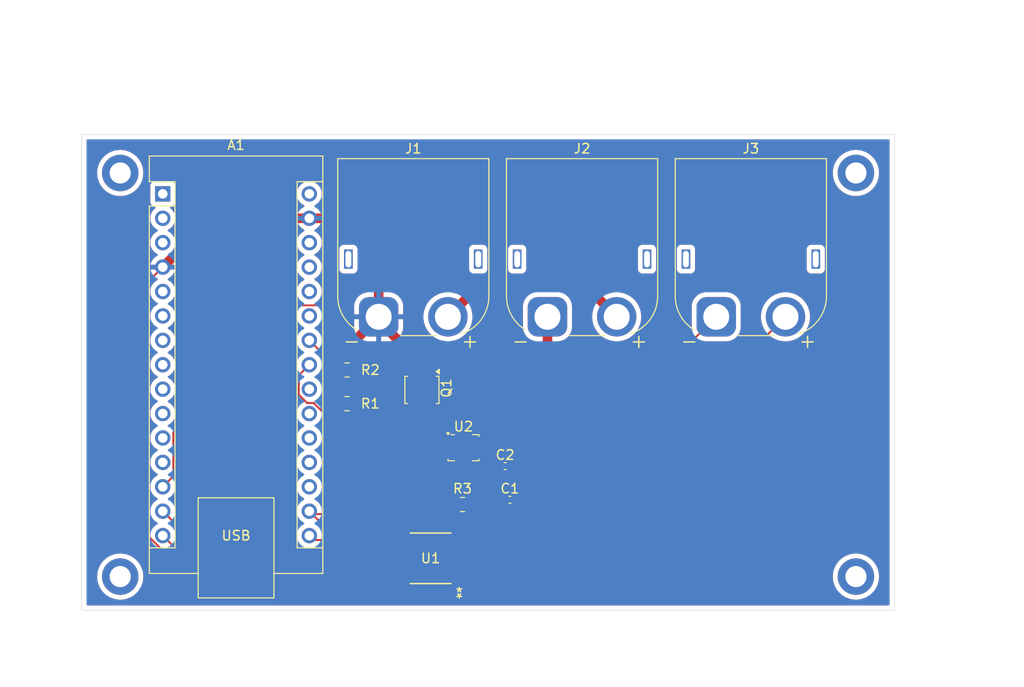
<source format=kicad_pcb>
(kicad_pcb (version 20240108) (generator "pcbnew") (generator_version "8.0")
  (layers (0 "F.Cu" signal) (31 "B.Cu" signal) (34 "B.Paste" user) (35 "F.Paste" user) (36 "B.SilkS" user "B.Silkscreen") (37 "F.SilkS" user "F.Silkscreen") (38 "B.Mask" user) (39 "F.Mask" user) (44 "Edge.Cuts" user))
  (net 0 "")
  (net 2 "MISO_thermocouple")
  (net 3 "CS_thermocouple")
  (net 4 "GND_16.4V")
  (net 5 "SCL_gyro")
  (net 9 "SDA_gyro")
  (net 12 "CLK")
  (net 17 "3.3V_ard")
  (net 21 "PWM_heater")
  (net 30 "+16.4V")
  (net 31 "Net-(J3-Pin_1)")
  (net 32 "Net-(J3-Pin_2)")
  (net 33 "Net-(Q1-G)")
  (net 35 "Net-(U2-VDD)")
  (net 36 "GND_heater")
  (net 43 "CS_gyro")
  (footprint "Resistor_SMD:R_0805_2012Metric" (layer "F.Cu") (at 129.0875 144)
    (property "Reference" "R3" (at 0 -1.65 0) (layer "F.SilkS"))
    (property "Value" "10k")
    (fp_line (start -0.227064 -0.735) (end 0.227064 -0.735) (stroke (width 0.12)) (layer "F.SilkS"))
    (fp_line (start -0.227064 0.735) (end 0.227064 0.735) (stroke (width 0.12)) (layer "F.SilkS"))
    (pad "1" smd roundrect (at -0.9125 0) (size 1.025 1.4) (layers "F.Cu" "F.Paste" "F.Mask") (roundrect_rratio 0.243902) (net 9 "SDA_gyro"))
    (pad "2" smd roundrect (at 0.9125 0) (size 1.025 1.4) (layers "F.Cu" "F.Paste" "F.Mask") (roundrect_rratio 0.243902) (net 17 "3.3V_ard"))
  )
  (footprint "Connector_AMASS:AMASS_XT60PW-M_1x02_P7.20mm_Horizontal" (layer "F.Cu") (at 120.375 124.465)
    (property "Reference" "J1" (at 3.6 -17.5 0) (layer "F.SilkS"))
    (property "Value" "XT60_F_16.6V")
    (fp_line (start -4.26 -16.46) (end -4.26 -2.15) (stroke (width 0.12)) (layer "F.SilkS"))
    (fp_line (start -4.26 -16.46) (end 11.46 -16.46) (stroke (width 0.12)) (layer "F.SilkS"))
    (fp_line (start 2.31 1.96) (end 6.05 1.96) (stroke (width 0.12)) (layer "F.SilkS"))
    (fp_line (start 11.46 -16.46) (end 11.46 -2.15) (stroke (width 0.12)) (layer "F.SilkS"))
    (fp_arc (start -2.266806 1.372958) (mid -3.727162 -0.126139) (end -4.26 -2.15) (stroke (width 0.12)) (layer "F.SilkS"))
    (fp_arc (start 11.46 -2.15) (mid 10.653852 0.294722) (end 8.551648 1.780413) (stroke (width 0.12)) (layer "F.SilkS"))
    (fp_text user "+" (at 9.5 2.5 0) (layer "F.SilkS") (effects (font (size 1.5 1.5))))
    (fp_text user "-" (at -2.8 2.5 0) (layer "F.SilkS") (effects (font (size 1.5 1.5))))
    (pad "" thru_hole rect (at -3.15 -6) (size 0.9 2) (drill oval 0.6 1.7) (layers "*.Cu" "*.Mask"))
    (pad "" thru_hole rect (at 10.35 -6) (size 0.9 2) (drill oval 0.6 1.7) (layers "*.Cu" "*.Mask"))
    (pad "1" thru_hole roundrect (at 0 0) (size 4.1 4.1) (drill 2.7) (layers "*.Cu" "*.Mask") (net 4 "GND_16.4V"))
    (pad "2" thru_hole circle (at 7.2 0) (size 4.1 4.1) (drill 2.7) (layers "*.Cu" "*.Mask") (net 30 "+16.4V"))
  )
  (footprint "MountingHole:MountingHole_2.2mm_M2_DIN965_Pad" (layer "F.Cu") (at 170 151.5)
    (property "Reference" "REF**" (hide yes))
    (property "Value" "MountingHole_2.2mm_M2_DIN965_Pad" (hide yes))
    (pad "1" thru_hole circle (at 0 0) (size 3.8 3.8) (drill 2.2) (layers "*.Cu" "*.Mask"))
  )
  (footprint "MAX31855KASA-T:21-0041B_8_MXM" (layer "F.Cu") (at 125.77585 149.595 180)
    (property "Reference" "U1" (at 0 0 0) (layer "F.SilkS"))
    (property "Value" "MAX31855KASA+T")
    (fp_line (start 2.1209 -2.6289) (end -2.1209 -2.6289) (stroke (width 0.1524)) (layer "F.SilkS"))
    (fp_line (start -2.1209 2.6289) (end 2.1209 2.6289) (stroke (width 0.1524)) (layer "F.SilkS"))
    (fp_text user "*" (at -2.97815 -3.5814 180) (layer "F.SilkS"))
    (fp_text user "*" (at -2.97815 -3.5814 360) (layer "F.SilkS"))
    (pad "1" smd rect (at -2.72415 -1.905 180) (size 1.4605 0.5334) (layers "F.Cu" "F.Paste" "F.Mask") (net 4 "GND_16.4V"))
    (pad "2" smd rect (at -2.72415 -0.635 180) (size 1.4605 0.5334) (layers "F.Cu" "F.Paste" "F.Mask") (net 32 "Net-(J3-Pin_2)"))
    (pad "3" smd rect (at -2.72415 0.635 180) (size 1.4605 0.5334) (layers "F.Cu" "F.Paste" "F.Mask") (net 31 "Net-(J3-Pin_1)"))
    (pad "4" smd rect (at -2.72415 1.905 180) (size 1.4605 0.5334) (layers "F.Cu" "F.Paste" "F.Mask") (net 17 "3.3V_ard"))
    (pad "5" smd rect (at 2.72415 1.905 180) (size 1.4605 0.5334) (layers "F.Cu" "F.Paste" "F.Mask") (net 12 "CLK"))
    (pad "6" smd rect (at 2.72415 0.635 180) (size 1.4605 0.5334) (layers "F.Cu" "F.Paste" "F.Mask") (net 3 "CS_thermocouple"))
    (pad "7" smd rect (at 2.72415 -0.635 180) (size 1.4605 0.5334) (layers "F.Cu" "F.Paste" "F.Mask") (net 2 "MISO_thermocouple"))
    (pad "8" smd rect (at 2.72415 -1.905 180) (size 1.4605 0.5334) (layers "F.Cu" "F.Paste" "F.Mask"))
  )
  (footprint "Capacitor_SMD:C_0402_1005Metric" (layer "F.Cu") (at 133.52 140)
    (property "Reference" "C2" (at 0 -1.16 0) (layer "F.SilkS"))
    (property "Value" "0.1uF")
    (fp_line (start -0.107836 -0.36) (end 0.107836 -0.36) (stroke (width 0.12)) (layer "F.SilkS"))
    (fp_line (start -0.107836 0.36) (end 0.107836 0.36) (stroke (width 0.12)) (layer "F.SilkS"))
    (pad "1" smd roundrect (at -0.48 0) (size 0.56 0.62) (layers "F.Cu" "F.Paste" "F.Mask") (net 35 "Net-(U2-VDD)"))
    (pad "2" smd roundrect (at 0.48 0) (size 0.56 0.62) (layers "F.Cu" "F.Paste" "F.Mask") (net 4 "GND_16.4V"))
  )
  (footprint "Package_TO_SOT_SMD:LFPAK33" (layer "F.Cu") (at 124.874 131.874 -90)
    (property "Reference" "Q1" (at 0 -2.55 90) (layer "F.SilkS"))
    (property "Value" "BUK9M52-40EX")
    (fp_line (start -1.22 1.77) (end 1.62 1.77) (stroke (width 0.12)) (layer "F.SilkS"))
    (fp_line (start 1.62 1.77) (end 1.62 1.475) (stroke (width 0.12)) (layer "F.SilkS"))
    (fp_line (start -1.22 1.475) (end -1.22 1.77) (stroke (width 0.12)) (layer "F.SilkS"))
    (fp_line (start 1.62 -1.475) (end 1.62 -1.77) (stroke (width 0.12)) (layer "F.SilkS"))
    (fp_line (start -1.22 -1.77) (end -1.22 -1.475) (stroke (width 0.12)) (layer "F.SilkS"))
    (fp_line (start 1.62 -1.77) (end -1.22 -1.77) (stroke (width 0.12)) (layer "F.SilkS"))
    (fp_poly (pts (xy -1.71 -1.48) (xy -1.47 -1.81) (xy -1.95 -1.81) (xy -1.71 -1.48)) (stroke (width 0.12)) (fill solid) (layer "F.SilkS"))
    (pad "1" smd roundrect (at -1.535 -0.975 270) (size 0.83 0.4) (layers "F.Cu" "F.Mask") (net 4 "GND_16.4V"))
    (pad "2" smd roundrect (at -1.535 -0.325 270) (size 0.83 0.4) (layers "F.Cu" "F.Mask") (net 4 "GND_16.4V"))
    (pad "3" smd roundrect (at -1.535 0.325 270) (size 0.83 0.4) (layers "F.Cu" "F.Mask") (net 4 "GND_16.4V"))
    (pad "4" smd roundrect (at -1.535 0.975 270) (size 0.83 0.4) (layers "F.Cu" "F.Mask") (net 33 "Net-(Q1-G)"))
    (pad "5" smd custom (at 0.405 0 270) (size 1.85 2.25) (layers "F.Cu" "F.Mask") (net 36 "GND_heater") (options (clearance outline) (anchor rect)) (primitives (gr_poly (pts (xy 1.545 -0.775) (xy 0.925 -0.775) (xy 0.925 -1.175) (xy 1.545 -1.175)) (width 0) (fill yes)) (gr_poly (pts (xy 1.545 -0.125) (xy 0.925 -0.125) (xy 0.925 -0.525) (xy 1.545 -0.525)) (width 0) (fill yes)) (gr_poly (pts (xy 1.545 0.525) (xy 0.925 0.525) (xy 0.925 0.125) (xy 1.545 0.125)) (width 0) (fill yes)) (gr_poly (pts (xy 1.545 1.175) (xy 0.925 1.175) (xy 0.925 0.775) (xy 1.545 0.775)) (width 0) (fill yes))))
  )
  (footprint "Resistor_SMD:R_0805_2012Metric" (layer "F.Cu") (at 117.0875 130 180)
    (property "Reference" "R2" (at -2.4125 0 0) (layer "F.SilkS"))
    (property "Value" "10k")
    (fp_line (start -0.227064 0.735) (end 0.227064 0.735) (stroke (width 0.12)) (layer "F.SilkS"))
    (fp_line (start -0.227064 -0.735) (end 0.227064 -0.735) (stroke (width 0.12)) (layer "F.SilkS"))
    (pad "1" smd roundrect (at -0.9125 0 180) (size 1.025 1.4) (layers "F.Cu" "F.Paste" "F.Mask") (roundrect_rratio 0.243902) (net 33 "Net-(Q1-G)"))
    (pad "2" smd roundrect (at 0.9125 0 180) (size 1.025 1.4) (layers "F.Cu" "F.Paste" "F.Mask") (roundrect_rratio 0.243902) (net 4 "GND_16.4V"))
  )
  (footprint "Connector_AMASS:AMASS_XT60PW-M_1x02_P7.20mm_Horizontal" (layer "F.Cu") (at 155.475 124.465)
    (property "Reference" "J3" (at 3.6 -17.5 0) (layer "F.SilkS"))
    (property "Value" "XT60_F_Thermocouple")
    (fp_line (start -4.26 -16.46) (end -4.26 -2.15) (stroke (width 0.12)) (layer "F.SilkS"))
    (fp_line (start -4.26 -16.46) (end 11.46 -16.46) (stroke (width 0.12)) (layer "F.SilkS"))
    (fp_line (start 2.31 1.96) (end 6.05 1.96) (stroke (width 0.12)) (layer "F.SilkS"))
    (fp_line (start 11.46 -16.46) (end 11.46 -2.15) (stroke (width 0.12)) (layer "F.SilkS"))
    (fp_arc (start -2.266806 1.372958) (mid -3.727162 -0.126139) (end -4.26 -2.15) (stroke (width 0.12)) (layer "F.SilkS"))
    (fp_arc (start 11.46 -2.15) (mid 10.653852 0.294722) (end 8.551648 1.780413) (stroke (width 0.12)) (layer "F.SilkS"))
    (fp_text user "+" (at 9.5 2.5 0) (layer "F.SilkS") (effects (font (size 1.5 1.5))))
    (fp_text user "-" (at -2.8 2.5 0) (layer "F.SilkS") (effects (font (size 1.5 1.5))))
    (pad "" thru_hole rect (at -3.15 -6) (size 0.9 2) (drill oval 0.6 1.7) (layers "*.Cu" "*.Mask"))
    (pad "" thru_hole rect (at 10.35 -6) (size 0.9 2) (drill oval 0.6 1.7) (layers "*.Cu" "*.Mask"))
    (pad "1" thru_hole roundrect (at 0 0) (size 4.1 4.1) (drill 2.7) (layers "*.Cu" "*.Mask") (net 31 "Net-(J3-Pin_1)"))
    (pad "2" thru_hole circle (at 7.2 0) (size 4.1 4.1) (drill 2.7) (layers "*.Cu" "*.Mask") (net 32 "Net-(J3-Pin_2)"))
  )
  (footprint "MountingHole:MountingHole_2.2mm_M2_DIN965_Pad" (layer "F.Cu") (at 170 109.5)
    (property "Reference" "REF**" (hide yes))
    (property "Value" "MountingHole_2.2mm_M2_DIN965_Pad" (hide yes))
    (pad "1" thru_hole circle (at 0 0) (size 3.8 3.8) (drill 2.2) (layers "*.Cu" "*.Mask"))
  )
  (footprint "Package_LGA:LGA-14_3x2.5mm_P0.5mm_LayoutBorder3x4y" (layer "F.Cu") (at 129.1925 138.0875)
    (property "Reference" "U2" (at 0 -2.2 360) (layer "F.SilkS"))
    (property "Value" "LSM6DSL")
    (fp_line (start -1.61 1.36) (end -1.61 1.185) (stroke (width 0.12)) (layer "F.SilkS"))
    (fp_line (start -0.935 -1.36) (end -1.31 -1.36) (stroke (width 0.12)) (layer "F.SilkS"))
    (fp_line (start -0.935 1.36) (end -1.61 1.36) (stroke (width 0.12)) (layer "F.SilkS"))
    (fp_line (start 0.935 -1.36) (end 1.61 -1.36) (stroke (width 0.12)) (layer "F.SilkS"))
    (fp_line (start 0.935 1.36) (end 1.61 1.36) (stroke (width 0.12)) (layer "F.SilkS"))
    (fp_line (start 1.61 -1.36) (end 1.61 -1.185) (stroke (width 0.12)) (layer "F.SilkS"))
    (fp_line (start 1.61 1.36) (end 1.61 1.185) (stroke (width 0.12)) (layer "F.SilkS"))
    (fp_poly (pts (xy -1.61 -1.36) (xy -1.75 -1.55) (xy -1.47 -1.55) (xy -1.61 -1.36)) (stroke (width 0.12)) (fill solid) (layer "F.SilkS"))
    (pad "1" smd roundrect (at -1.1625 -0.75) (size 0.625 0.35) (layers "F.Cu" "F.Paste" "F.Mask") (net 9 "SDA_gyro"))
    (pad "2" smd roundrect (at -1.1625 -0.25) (size 0.625 0.35) (layers "F.Cu" "F.Paste" "F.Mask"))
    (pad "3" smd roundrect (at -1.1625 0.25) (size 0.625 0.35) (layers "F.Cu" "F.Paste" "F.Mask"))
    (pad "4" smd roundrect (at -1.1625 0.75) (size 0.625 0.35) (layers "F.Cu" "F.Paste" "F.Mask"))
    (pad "5" smd roundrect (at -0.5 0.9125) (size 0.35 0.625) (layers "F.Cu" "F.Paste" "F.Mask") (net 17 "3.3V_ard"))
    (pad "6" smd roundrect (at 0 0.9125) (size 0.35 0.625) (layers "F.Cu" "F.Paste" "F.Mask") (net 4 "GND_16.4V"))
    (pad "7" smd roundrect (at 0.5 0.9125) (size 0.35 0.625) (layers "F.Cu" "F.Paste" "F.Mask") (net 4 "GND_16.4V"))
    (pad "8" smd roundrect (at 1.1625 0.75) (size 0.625 0.35) (layers "F.Cu" "F.Paste" "F.Mask") (net 35 "Net-(U2-VDD)"))
    (pad "9" smd roundrect (at 1.1625 0.25) (size 0.625 0.35) (layers "F.Cu" "F.Paste" "F.Mask"))
    (pad "10" smd roundrect (at 1.1625 -0.25) (size 0.625 0.35) (layers "F.Cu" "F.Paste" "F.Mask"))
    (pad "11" smd roundrect (at 1.1625 -0.75) (size 0.625 0.35) (layers "F.Cu" "F.Paste" "F.Mask"))
    (pad "12" smd roundrect (at 0.5 -0.9125) (size 0.35 0.625) (layers "F.Cu" "F.Paste" "F.Mask") (net 43 "CS_gyro"))
    (pad "13" smd roundrect (at 0 -0.9125) (size 0.35 0.625) (layers "F.Cu" "F.Paste" "F.Mask") (net 5 "SCL_gyro"))
    (pad "14" smd roundrect (at -0.5 -0.9125) (size 0.35 0.625) (layers "F.Cu" "F.Paste" "F.Mask") (net 9 "SDA_gyro"))
  )
  (footprint "Connector_AMASS:AMASS_XT60PW-M_1x02_P7.20mm_Horizontal" (layer "F.Cu") (at 137.925 124.465)
    (property "Reference" "J2" (at 3.6 -17.5 0) (layer "F.SilkS"))
    (property "Value" "XT60_F_Heater")
    (fp_line (start -4.26 -16.46) (end -4.26 -2.15) (stroke (width 0.12)) (layer "F.SilkS"))
    (fp_line (start -4.26 -16.46) (end 11.46 -16.46) (stroke (width 0.12)) (layer "F.SilkS"))
    (fp_line (start 2.31 1.96) (end 6.05 1.96) (stroke (width 0.12)) (layer "F.SilkS"))
    (fp_line (start 11.46 -16.46) (end 11.46 -2.15) (stroke (width 0.12)) (layer "F.SilkS"))
    (fp_arc (start -2.266806 1.372958) (mid -3.727162 -0.126139) (end -4.26 -2.15) (stroke (width 0.12)) (layer "F.SilkS"))
    (fp_arc (start 11.46 -2.15) (mid 10.653852 0.294722) (end 8.551648 1.780413) (stroke (width 0.12)) (layer "F.SilkS"))
    (fp_text user "-" (at -2.8 2.5 0) (layer "F.SilkS") (effects (font (size 1.5 1.5))))
    (fp_text user "+" (at 9.5 2.5 0) (layer "F.SilkS") (effects (font (size 1.5 1.5))))
    (pad "" thru_hole rect (at -3.15 -6) (size 0.9 2) (drill oval 0.6 1.7) (layers "*.Cu" "*.Mask"))
    (pad "" thru_hole rect (at 10.35 -6) (size 0.9 2) (drill oval 0.6 1.7) (layers "*.Cu" "*.Mask"))
    (pad "1" thru_hole roundrect (at 0 0) (size 4.1 4.1) (drill 2.7) (layers "*.Cu" "*.Mask") (net 36 "GND_heater"))
    (pad "2" thru_hole circle (at 7.2 0) (size 4.1 4.1) (drill 2.7) (layers "*.Cu" "*.Mask") (net 30 "+16.4V"))
  )
  (footprint "MountingHole:MountingHole_2.2mm_M2_DIN965_Pad" (layer "F.Cu") (at 93.5 109.5)
    (property "Reference" "REF**" (hide yes))
    (property "Value" "MountingHole_2.2mm_M2_DIN965_Pad" (hide yes))
    (pad "1" thru_hole circle (at 0 0) (size 3.8 3.8) (drill 2.2) (layers "*.Cu" "*.Mask"))
  )
  (footprint "Module:Arduino_Nano" (layer "F.Cu") (at 97.925 111.675)
    (property "Reference" "A1" (at 7.62 -5.08 0) (layer "F.SilkS"))
    (property "Value" "Arduino_Nano_v3.x")
    (fp_line (start -1.4 -3.94) (end -1.4 -1.27) (stroke (width 0.12)) (layer "F.SilkS"))
    (fp_line (start -1.4 1.27) (end -1.4 39.5) (stroke (width 0.12)) (layer "F.SilkS"))
    (fp_line (start -1.4 39.5) (end 3.68 39.5) (stroke (width 0.12)) (layer "F.SilkS"))
    (fp_line (start 1.27 -1.27) (end -1.4 -1.27) (stroke (width 0.12)) (layer "F.SilkS"))
    (fp_line (start 1.27 1.27) (end -1.4 1.27) (stroke (width 0.12)) (layer "F.SilkS"))
    (fp_line (start 1.27 1.27) (end 1.27 -1.27) (stroke (width 0.12)) (layer "F.SilkS"))
    (fp_line (start 1.27 1.27) (end 1.27 36.83) (stroke (width 0.12)) (layer "F.SilkS"))
    (fp_line (start 1.27 36.83) (end -1.4 36.83) (stroke (width 0.12)) (layer "F.SilkS"))
    (fp_line (start 3.68 31.62) (end 11.56 31.62) (stroke (width 0.12)) (layer "F.SilkS"))
    (fp_line (start 3.68 42.04) (end 3.68 31.62) (stroke (width 0.12)) (layer "F.SilkS"))
    (fp_line (start 11.56 31.62) (end 11.56 42.04) (stroke (width 0.12)) (layer "F.SilkS"))
    (fp_line (start 11.56 42.04) (end 3.68 42.04) (stroke (width 0.12)) (layer "F.SilkS"))
    (fp_line (start 13.97 -1.27) (end 13.97 36.83) (stroke (width 0.12)) (layer "F.SilkS"))
    (fp_line (start 13.97 -1.27) (end 16.64 -1.27) (stroke (width 0.12)) (layer "F.SilkS"))
    (fp_line (start 13.97 36.83) (end 16.64 36.83) (stroke (width 0.12)) (layer "F.SilkS"))
    (fp_line (start 16.64 -3.94) (end -1.4 -3.94) (stroke (width 0.12)) (layer "F.SilkS"))
    (fp_line (start 16.64 39.5) (end 11.56 39.5) (stroke (width 0.12)) (layer "F.SilkS"))
    (fp_line (start 16.64 39.5) (end 16.64 -3.94) (stroke (width 0.12)) (layer "F.SilkS"))
    (fp_text user "USB" (at 7.62 35.56 0) (layer "F.SilkS"))
    (pad "1" thru_hole rect (at 0 0) (size 1.6 1.6) (drill 1) (layers "*.Cu" "*.Mask"))
    (pad "2" thru_hole oval (at 0 2.54) (size 1.6 1.6) (drill 1) (layers "*.Cu" "*.Mask"))
    (pad "3" thru_hole oval (at 0 5.08) (size 1.6 1.6) (drill 1) (layers "*.Cu" "*.Mask"))
    (pad "4" thru_hole oval (at 0 7.62) (size 1.6 1.6) (drill 1) (layers "*.Cu" "*.Mask") (net 4 "GND_16.4V"))
    (pad "5" thru_hole oval (at 0 10.16) (size 1.6 1.6) (drill 1) (layers "*.Cu" "*.Mask"))
    (pad "6" thru_hole oval (at 0 12.7) (size 1.6 1.6) (drill 1) (layers "*.Cu" "*.Mask"))
    (pad "7" thru_hole oval (at 0 15.24) (size 1.6 1.6) (drill 1) (layers "*.Cu" "*.Mask"))
    (pad "8" thru_hole oval (at 0 17.78) (size 1.6 1.6) (drill 1) (layers "*.Cu" "*.Mask"))
    (pad "9" thru_hole oval (at 0 20.32) (size 1.6 1.6) (drill 1) (layers "*.Cu" "*.Mask"))
    (pad "10" thru_hole oval (at 0 22.86) (size 1.6 1.6) (drill 1) (layers "*.Cu" "*.Mask"))
    (pad "11" thru_hole oval (at 0 25.4) (size 1.6 1.6) (drill 1) (layers "*.Cu" "*.Mask"))
    (pad "12" thru_hole oval (at 0 27.94) (size 1.6 1.6) (drill 1) (layers "*.Cu" "*.Mask"))
    (pad "13" thru_hole oval (at 0 30.48) (size 1.6 1.6) (drill 1) (layers "*.Cu" "*.Mask") (net 21 "PWM_heater"))
    (pad "14" thru_hole oval (at 0 33.02) (size 1.6 1.6) (drill 1) (layers "*.Cu" "*.Mask") (net 3 "CS_thermocouple"))
    (pad "15" thru_hole oval (at 0 35.56) (size 1.6 1.6) (drill 1) (layers "*.Cu" "*.Mask") (net 2 "MISO_thermocouple"))
    (pad "16" thru_hole oval (at 15.24 35.56) (size 1.6 1.6) (drill 1) (layers "*.Cu" "*.Mask") (net 12 "CLK"))
    (pad "17" thru_hole oval (at 15.24 33.02) (size 1.6 1.6) (drill 1) (layers "*.Cu" "*.Mask") (net 17 "3.3V_ard"))
    (pad "18" thru_hole oval (at 15.24 30.48) (size 1.6 1.6) (drill 1) (layers "*.Cu" "*.Mask"))
    (pad "19" thru_hole oval (at 15.24 27.94) (size 1.6 1.6) (drill 1) (layers "*.Cu" "*.Mask"))
    (pad "20" thru_hole oval (at 15.24 25.4) (size 1.6 1.6) (drill 1) (layers "*.Cu" "*.Mask"))
    (pad "21" thru_hole oval (at 15.24 22.86) (size 1.6 1.6) (drill 1) (layers "*.Cu" "*.Mask"))
    (pad "22" thru_hole oval (at 15.24 20.32) (size 1.6 1.6) (drill 1) (layers "*.Cu" "*.Mask"))
    (pad "23" thru_hole oval (at 15.24 17.78) (size 1.6 1.6) (drill 1) (layers "*.Cu" "*.Mask") (net 9 "SDA_gyro"))
    (pad "24" thru_hole oval (at 15.24 15.24) (size 1.6 1.6) (drill 1) (layers "*.Cu" "*.Mask") (net 5 "SCL_gyro"))
    (pad "25" thru_hole oval (at 15.24 12.7) (size 1.6 1.6) (drill 1) (layers "*.Cu" "*.Mask"))
    (pad "26" thru_hole oval (at 15.24 10.16) (size 1.6 1.6) (drill 1) (layers "*.Cu" "*.Mask"))
    (pad "27" thru_hole oval (at 15.24 7.62) (size 1.6 1.6) (drill 1) (layers "*.Cu" "*.Mask"))
    (pad "28" thru_hole oval (at 15.24 5.08) (size 1.6 1.6) (drill 1) (layers "*.Cu" "*.Mask"))
    (pad "29" thru_hole oval (at 15.24 2.54) (size 1.6 1.6) (drill 1) (layers "*.Cu" "*.Mask") (net 4 "GND_16.4V"))
    (pad "30" thru_hole oval (at 15.24 0) (size 1.6 1.6) (drill 1) (layers "*.Cu" "*.Mask"))
  )
  (footprint "MountingHole:MountingHole_2.2mm_M2_DIN965_Pad" (layer "F.Cu") (at 93.5 151.5)
    (property "Reference" "REF**" (hide yes))
    (property "Value" "MountingHole_2.2mm_M2_DIN965_Pad" (hide yes))
    (pad "1" thru_hole circle (at 0 0) (size 3.8 3.8) (drill 2.2) (layers "*.Cu" "*.Mask"))
  )
  (footprint "Resistor_SMD:R_0805_2012Metric" (layer "F.Cu") (at 117.0875 133.5)
    (property "Reference" "R1" (at 2.4125 0 0) (layer "F.SilkS"))
    (property "Value" "100")
    (fp_line (start -0.227064 -0.735) (end 0.227064 -0.735) (stroke (width 0.12)) (layer "F.SilkS"))
    (fp_line (start -0.227064 0.735) (end 0.227064 0.735) (stroke (width 0.12)) (layer "F.SilkS"))
    (pad "1" smd roundrect (at -0.9125 0) (size 1.025 1.4) (layers "F.Cu" "F.Paste" "F.Mask") (roundrect_rratio 0.243902) (net 21 "PWM_heater"))
    (pad "2" smd roundrect (at 0.9125 0) (size 1.025 1.4) (layers "F.Cu" "F.Paste" "F.Mask") (roundrect_rratio 0.243902) (net 33 "Net-(Q1-G)"))
  )
  (footprint "Capacitor_SMD:C_0402_1005Metric" (layer "F.Cu") (at 134.02 143.5)
    (property "Reference" "C1" (at 0 -1.16 0) (layer "F.SilkS"))
    (property "Value" "0.1uF")
    (fp_line (start -0.107836 -0.36) (end 0.107836 -0.36) (stroke (width 0.12)) (layer "F.SilkS"))
    (fp_line (start -0.107836 0.36) (end 0.107836 0.36) (stroke (width 0.12)) (layer "F.SilkS"))
    (pad "1" smd roundrect (at -0.48 0) (size 0.56 0.62) (layers "F.Cu" "F.Paste" "F.Mask") (net 17 "3.3V_ard"))
    (pad "2" smd roundrect (at 0.48 0) (size 0.56 0.62) (layers "F.Cu" "F.Paste" "F.Mask") (net 4 "GND_16.4V"))
  )
  (gr_rect (start 89.5 105.5) (end 174 155) (stroke (width 0.05)) (fill none) (layer "Edge.Cuts"))
  (segment (start 100.92 150.23) (end 97.925 147.235) (width 0.2) (layer "F.Cu") (net 2))
  (segment (start 123.0517 150.23) (end 100.92 150.23) (width 0.2) (layer "F.Cu") (net 2))
  (segment (start 102.19 148.96) (end 97.925 144.695) (width 0.2) (layer "F.Cu") (net 3))
  (segment (start 123.0517 148.96) (end 102.19 148.96) (width 0.2) (layer "F.Cu") (net 3))
  (segment (start 116.175 128.665) (end 116.175 130) (width 1) (layer "F.Cu") (net 4))
  (segment (start 129.6925 139.6925) (end 129.6925 139) (width 0.2) (layer "F.Cu") (net 4))
  (segment (start 96.5 147.365635) (end 96.5 120.72) (width 0.2) (layer "F.Cu") (net 4))
  (segment (start 127.7967 150.7967) (end 99.931065 150.7967) (width 0.2) (layer "F.Cu") (net 4))
  (segment (start 134 143) (end 134.5 143.5) (width 0.2) (layer "F.Cu") (net 4))
  (segment (start 99.931065 150.7967) (end 96.5 147.365635) (width 0.2) (layer "F.Cu") (net 4))
  (segment (start 120.375 124.465) (end 120.375 115.875) (width 1) (layer "F.Cu") (net 4))
  (segment (start 128.5 151.5) (end 127.7967 150.7967) (width 0.2) (layer "F.Cu") (net 4))
  (segment (start 120.375 124.865) (end 125.849 130.339) (width 1) (layer "F.Cu") (net 4))
  (segment (start 134 140) (end 134 143) (width 0.2) (layer "F.Cu") (net 4))
  (segment (start 130.61 140.61) (end 129.6925 139.6925) (width 0.2) (layer "F.Cu") (net 4))
  (segment (start 113.165 114.215) (end 103.005 114.215) (width 1) (layer "F.Cu") (net 4))
  (segment (start 120.375 115.875) (end 118.715 114.215) (width 1) (layer "F.Cu") (net 4))
  (segment (start 133.39 140.61) (end 130.61 140.61) (width 0.2) (layer "F.Cu") (net 4))
  (segment (start 96.5 120.72) (end 97.925 119.295) (width 0.2) (layer "F.Cu") (net 4))
  (segment (start 120.375 124.465) (end 116.175 128.665) (width 1) (layer "F.Cu") (net 4))
  (segment (start 129.1925 139) (end 129.6925 139) (width 0.2) (layer "F.Cu") (net 4))
  (segment (start 134 140) (end 133.39 140.61) (width 0.2) (layer "F.Cu") (net 4))
  (segment (start 118.715 114.215) (end 113.165 114.215) (width 1) (layer "F.Cu") (net 4))
  (segment (start 120.375 124.465) (end 120.375 124.865) (width 1) (layer "F.Cu") (net 4))
  (segment (start 103.005 114.215) (end 97.925 119.295) (width 1) (layer "F.Cu") (net 4))
  (segment (start 129.1925 136.812068) (end 129.1925 137.175) (width 0.2) (layer "F.Cu") (net 5))
  (segment (start 127.380432 135) (end 129.1925 136.812068) (width 0.2) (layer "F.Cu") (net 5))
  (segment (start 114.9625 133.784744) (end 116.177756 135) (width 0.2) (layer "F.Cu") (net 5))
  (segment (start 114.9625 128.7125) (end 114.9625 133.784744) (width 0.2) (layer "F.Cu") (net 5))
  (segment (start 116.177756 135) (end 127.380432 135) (width 0.2) (layer "F.Cu") (net 5))
  (segment (start 113.165 126.915) (end 114.9625 128.7125) (width 0.2) (layer "F.Cu") (net 5))
  (segment (start 112.935 133.435) (end 112.065 132.565) (width 0.2) (layer "F.Cu") (net 9))
  (segment (start 128.175 144) (end 127.4175 143.2425) (width 0.2) (layer "F.Cu") (net 9))
  (segment (start 127.4175 137.587068) (end 127.667068 137.3375) (width 0.2) (layer "F.Cu") (net 9))
  (segment (start 126.3275 135.635) (end 115.820635 135.635) (width 0.2) (layer "F.Cu") (net 9))
  (segment (start 127.4175 143.2425) (end 127.4175 137.587068) (width 0.2) (layer "F.Cu") (net 9))
  (segment (start 113.620635 133.435) (end 112.935 133.435) (width 0.2) (layer "F.Cu") (net 9))
  (segment (start 128.1925 137.175) (end 128.03 137.3375) (width 0.2) (layer "F.Cu") (net 9))
  (segment (start 115.820635 135.635) (end 113.620635 133.435) (width 0.2) (layer "F.Cu") (net 9))
  (segment (start 112.065 130.555) (end 113.165 129.455) (width 0.2) (layer "F.Cu") (net 9))
  (segment (start 127.667068 137.3375) (end 128.03 137.3375) (width 0.2) (layer "F.Cu") (net 9))
  (segment (start 128.6925 137.175) (end 128.1925 137.175) (width 0.2) (layer "F.Cu") (net 9))
  (segment (start 128.03 137.3375) (end 126.3275 135.635) (width 0.2) (layer "F.Cu") (net 9))
  (segment (start 112.065 132.565) (end 112.065 130.555) (width 0.2) (layer "F.Cu") (net 9))
  (segment (start 123.0517 147.69) (end 113.62 147.69) (width 0.2) (layer "F.Cu") (net 12))
  (segment (start 113.62 147.69) (end 113.165 147.235) (width 0.2) (layer "F.Cu") (net 12))
  (segment (start 130.5 143.5) (end 130 144) (width 0.2) (layer "F.Cu") (net 17))
  (segment (start 129 145) (end 113.47 145) (width 0.2) (layer "F.Cu") (net 17))
  (segment (start 128.6925 139) (end 128.6925 142.6925) (width 0.2) (layer "F.Cu") (net 17))
  (segment (start 130 144) (end 129 145) (width 0.2) (layer "F.Cu") (net 17))
  (segment (start 113.47 145) (end 113.165 144.695) (width 0.2) (layer "F.Cu") (net 17))
  (segment (start 133.54 143.5) (end 130.5 143.5) (width 0.2) (layer "F.Cu") (net 17))
  (segment (start 126.945 146.135) (end 114.605 146.135) (width 0.2) (layer "F.Cu") (net 17))
  (segment (start 128.5 147.69) (end 126.945 146.135) (width 0.2) (layer "F.Cu") (net 17))
  (segment (start 114.605 146.135) (end 113.165 144.695) (width 0.2) (layer "F.Cu") (net 17))
  (segment (start 130 144) (end 128.6925 142.6925) (width 0.2) (layer "F.Cu") (net 17))
  (segment (start 112.225 123.275) (end 99.025 136.475) (width 0.2) (layer "F.Cu") (net 21))
  (segment (start 114.775 123.275) (end 112.225 123.275) (width 0.2) (layer "F.Cu") (net 21))
  (segment (start 115.3625 132.6875) (end 115.3625 123.8625) (width 0.2) (layer "F.Cu") (net 21))
  (segment (start 99.025 141.055) (end 97.925 142.155) (width 0.2) (layer "F.Cu") (net 21))
  (segment (start 116.175 133.5) (end 115.3625 132.6875) (width 0.2) (layer "F.Cu") (net 21))
  (segment (start 115.3625 123.8625) (end 114.775 123.275) (width 0.2) (layer "F.Cu") (net 21))
  (segment (start 99.025 136.475) (end 99.025 141.055) (width 0.2) (layer "F.Cu") (net 21))
  (segment (start 127.575 124.465) (end 130.825 121.215) (width 1) (layer "F.Cu") (net 30))
  (segment (start 141.875 121.215) (end 145.125 124.465) (width 1) (layer "F.Cu") (net 30))
  (segment (start 130.825 121.215) (end 141.875 121.215) (width 1) (layer "F.Cu") (net 30))
  (segment (start 155.475 124.465) (end 130.98 148.96) (width 0.2) (layer "F.Cu") (net 31))
  (segment (start 130.98 148.96) (end 128.5 148.96) (width 0.2) (layer "F.Cu") (net 31))
  (segment (start 162.675 124.465) (end 136.91 150.23) (width 0.2) (layer "F.Cu") (net 32))
  (segment (start 136.91 150.23) (end 128.5 150.23) (width 0.2) (layer "F.Cu") (net 32))
  (segment (start 118 130) (end 123.56 130) (width 0.2) (layer "F.Cu") (net 33))
  (segment (start 123.56 130) (end 123.899 130.339) (width 0.2) (layer "F.Cu") (net 33))
  (segment (start 118 133.5) (end 118 130) (width 0.2) (layer "F.Cu") (net 33))
  (segment (start 130.355 138.8375) (end 131.8775 138.8375) (width 0.2) (layer "F.Cu") (net 35))
  (segment (start 131.8775 138.8375) (end 133.04 140) (width 0.2) (layer "F.Cu") (net 35))
  (segment (start 137.925 127.575) (end 133.221 132.279) (width 1) (layer "F.Cu") (net 36))
  (segment (start 133.221 132.279) (end 124.874 132.279) (width 1) (layer "F.Cu") (net 36))
  (segment (start 137.925 124.465) (end 137.925 127.575) (width 1) (layer "F.Cu") (net 36))
  (zone (net 4) (net_name "GND_16.4V") (layers "F&B.Cu") (connect_pads (clearance 0.5)) (min_thickness 0.25) (fill yes (thermal_gap 0.5) (thermal_bridge_width 0.5))
    (polygon (pts (xy 83 96.5) (xy 81 163) (xy 185.5 162) (xy 187.5 91.5) (xy 83.5 97.5) (xy 82.5 98) (xy 83 98.5) (xy 82.5 99)))
  )
)
</source>
